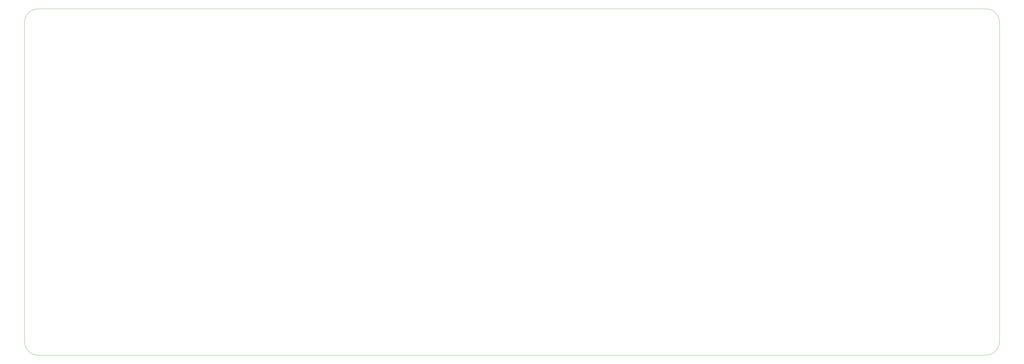
<source format=gm1>
%TF.GenerationSoftware,KiCad,Pcbnew,(7.0.0)*%
%TF.CreationDate,2023-06-19T20:50:28+08:00*%
%TF.ProjectId,87keyboard,38376b65-7962-46f6-9172-642e6b696361,rev?*%
%TF.SameCoordinates,Original*%
%TF.FileFunction,Profile,NP*%
%FSLAX46Y46*%
G04 Gerber Fmt 4.6, Leading zero omitted, Abs format (unit mm)*
G04 Created by KiCad (PCBNEW (7.0.0)) date 2023-06-19 20:50:28*
%MOMM*%
%LPD*%
G01*
G04 APERTURE LIST*
%TA.AperFunction,Profile*%
%ADD10C,0.100000*%
%TD*%
G04 APERTURE END LIST*
D10*
X354806250Y-12065000D02*
X16986250Y-12065000D01*
X12065000Y-16986250D02*
X12065000Y-130968750D01*
X354806250Y-135890000D02*
G75*
G03*
X359727500Y-130968750I-50J4921300D01*
G01*
X16986250Y-12065000D02*
G75*
G03*
X12065000Y-16986250I0J-4921250D01*
G01*
X359727500Y-16986250D02*
G75*
G03*
X354806250Y-12065000I-4921300J-50D01*
G01*
X16986250Y-135890000D02*
X354806250Y-135890000D01*
X359727500Y-130968750D02*
X359727500Y-16986250D01*
X12065000Y-130968750D02*
G75*
G03*
X16986250Y-135890000I4921250J0D01*
G01*
M02*

</source>
